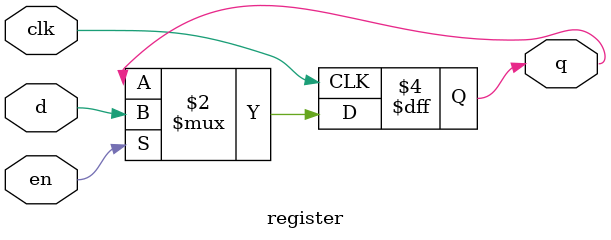
<source format=v>
module register #(parameter SIZE = 1) (
	input 						clk,
	input							en,
	input 		[SIZE-1:0]	d,
	output reg	[SIZE-1:0]	q);
	
	always @(posedge clk)
		if (en)
			q <= d;
			
endmodule

</source>
